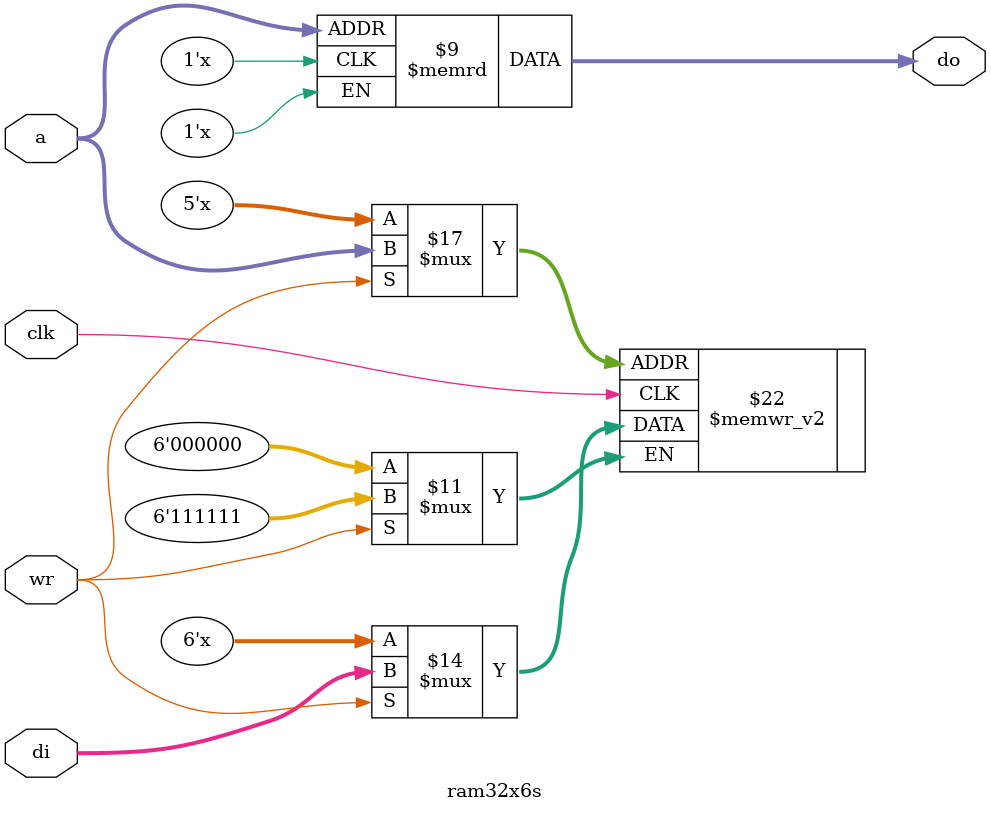
<source format=v>
/* ===============================================================
	(C) 2001 Bird Computer
	All rights reserved.

		Please read the licensing agreement contained in the
	document file (vic.doc). Use of this file is subject to the
	license agreement. However, the license says you can do
	basically whatever you want with the source provided it is
	not included in a commercial product.

	VIC
		VGA Video Interface Circuit with the following features:
		- 32x24 text mode display
		- programmable display area
		- programmable border area
		- raster and vertical blank interrupts

	VIC assumes a base clock frequency of 25.175Mhz for timing
	generation. Base timings are NOT programmatically
	controllable.

	Reg
	0	video base address lo
		aaaaaaaa
	1	video bas address hi
		aaaaaaaa
	2	resolution control
		vvvv xhhh
		hres		vres		
		000 = 640	000 = 480
		001 = 320	001 = 240
		010 = 213	010 = 160
		011 = 160	011 = 120
		100 = 128	100	= 96
		101 = 106	101 = 80	
		110 = 91	110 = 68	
		111 = 80	111 = 60
				   1111 = 30

	3	color depth
		xxxx xxcc
			cc  (bits per pixel)
			00 = 1
			01 = 2
			10 = 4
			11 = 8
			
	4	raster compare lo
		rrrrrrrr
	5 	raster compare hi
		xxxxxx rr
	6	irq enable
		xxxxxx r v
	7	irq status / reset
		g xxxxx r v
	8	border color
		xx cccccc

	16	horizontal display on lo
		oooooooo
	17  horizontal display on hi
		xxxxxx oo
	18	horizontal display off lo
		ffffffff
	19	horizontal display off hi
		xxxxxx ff

	9	horizontal border off/on
		xxxxxx ffffffffff xxxxxx oooooooooo
*	10	horizontal total
		xxxxxxxx xxxxxxxx xxxxx nnnnnnnnnnn
	12	vertical display off/on
		xxxxxx ffffffffff xxxxxx oooooooooo
	13	vertical border off/on
		xxxxxx ffffffffff xxxxxx oooooooooo
*	14	vertical total
		xxxxxxxx xxxxxxxx xxxxxx nnnnnnnnnn
		
	28  horizontal total low
		nnnnnnnn
	28  vertical border on
		nnnnnnnn
	30  vertical total low
		nnnnnnnn

	256-288		palette registers			xxxxxxxxxx cccccc
--------------------------------------------------------------- */
module vic_text(reset, clk, ce25, cs, rw, rs, d, cdin, scrin,
	ce50, va, cra,
	irq, hSync, vSync, vdo);
	parameter ABW = 15;
	parameter DBW = 31;
	// these parameters for a 12.5875MHz clock
	parameter phTotal = 10'd799;//10'd399; //10'd799;
	parameter phSyncOn = 10'd658;//10'd329;//10'd658;
	parameter phSyncOff = 10'd754;//10'd377;//10'd754;
	parameter phBlankOn = 10'd639;//10'd319;//10'd639;
	parameter phBlankOff = 10'd799;//10'd399;//10'd799;
	parameter pvTotal = 10'd524;
	parameter pvSyncOn = 10'd493;
	parameter pvSyncOff = 10'd494;
	parameter pvBlankOn = 10'd479;
	parameter pvBlankOff = 10'd524;

	input reset;
	input clk;			// 100.7MHz
	input ce25;			// 25.175MHz (50%)
	input cs;			// chip select (active high)
	input rw;			// read / write
	input [8:0] rs;		// register select
	inout [7:0] d;
	tri [7:0] d;
	input [7:0] cdin;	// char (bitmap) data in
	input [7:0] scrin;	// screen data in
	input ce50;			// 50.35MHz
	output [ABW:0] va;	// video address
	reg [ABW:0] va;
	output [8:0] cra;	// charram address
	reg [8:0] cra;
	output irq;			// interrupt request (active high)
	output hSync, vSync;	// active low
	reg hSync, vSync;
	output [5:0] vdo;	// video data output
	reg [5:0] vdo;

	// Internal registers and signals
	reg [9:0]	hctr, vctr;
	reg hDisplay, vDisplay;
	// synchronizing register
	reg [7:0] din;
	reg [7:0] gdin, gdin1;	// for graphics
	reg [1:0] color;
	// display enable compare registers
	reg [9:0] hDisplayOnC;
	reg [9:0] hDisplayOffC;
	reg [9:0] vDisplayOnC;
	reg [9:0] vDisplayOffC;
	reg [9:0] hBorderOnC;
	reg [9:0] hBorderOffC;
	reg [9:0] vBorderOnC;
	reg [9:0] vBorderOffC;
	reg [5:0] BorderColor;

	wire hReset		= hctr == phTotal;	// 800
	wire hSyncOn	= hctr == phSyncOn;
	wire hSyncOff	= hctr == phSyncOff;
	wire hBlankOn	= hctr == phBlankOn;
	wire hBlankOff	= hctr == phBlankOff;
	wire hBorderOn	= hctr == hBorderOnC;
	wire hBorderOff	= hctr == hBorderOffC;
	wire hDisplayOn	= hctr == hDisplayOnC;
	wire hDisplayOff= hctr == hDisplayOffC;
	wire vReset		= vctr == pvTotal;	// 525
	wire vDisplayOn	= vctr == vDisplayOnC;
	wire vDisplayOff= vctr == vDisplayOffC;
	wire vSyncOn	= vctr == pvSyncOn;
	wire vSyncOff	= vctr == pvSyncOff;
	wire vBlankOn	= vctr == pvBlankOn;
	wire vBlankOff	= vctr == pvBlankOff;
	wire vBorderOn	= vctr == vBorderOnC;
	wire vBorderOff	= vctr == vBorderOffC;

	reg vBlank, hBlank;
	reg hBorder, vBorder;
	reg [7:0] vsr;			// video shift register
	reg [2:0] pt;			// pixel toggle (for clk divide)
	reg [3:0] vrt;			// vertical row toggle
	reg [2:0] bc;			// bit counter
	reg [ABW:0] vba;		// video base address
	reg [1:0] cd;			// color depth
	reg [2:0] hres;			// pixel clock frequency select
	reg [3:0] vres;			// vertical resolution
	reg [ABW:0] vab;			// video address rescan buffer
	reg vbie;				// vertical blank interrupt enable
	reg rie;				// raster interrupt enable
	reg vbi_ff;				// vertical blank interrupt flip flop
	reg ri_ff;				// raster interrupt flip flop
	reg [9:0] rc;			// raster compare register
	assign irq = ((vbie & vbi_ff) | (rie & ri_ff));
	reg [7:0] d0, d1, d2, d3, d4, d5, d6;

	// read registers
	// mux'd to reduces tbuf usage
	always @(rs or vba or vres or hres or cd) begin
		case (rs[1:0])
		0:	d0 <= vba[7:0];
		1:	d0 <= vba[15:8];
		2:	d0 <= {vres,1'b0,hres};
		3:	d0 <= {6'b0,cd};
		endcase
	end
	always @(rs or rie or vbie or vbi_ff or ri_ff or rc or
		BorderColor) begin
		case (rs[1:0])
		0: 	d1 <= {rc[7:0]};
		1:	d1 <= {6'b0,rc[9:8]};
		2:	d1 <= {6'b0,rie,vbie};
		3:	d1 <= {(vbi_ff|ri_ff),5'b0,ri_ff,vbi_ff};
		endcase
	end
	always @(BorderColor) begin
		d2 <= {2'b0,BorderColor};
	end
	always @(rs or hDisplayOffC or hDisplayOnC) begin
		case (rs[0])
		0:	d3 <= hDisplayOnC[7:0];
		1:	d3 <= {6'b0,hDisplayOnC[9:8]};
		2:	d3 <= hDisplayOffC[7:0];
		1:	d3 <= {6'b0,hDisplayOffC[9:8]};
		endcase
	end
	always @(rs or hBorderOffC or hBorderOnC) begin
		case (rs[0])
		0:	d4 <= hBorderOnC[7:0];
		1:	d4 <= {6'b0,hBorderOnC[9:8]};
		2:	d4 <= hBorderOffC[7:0];
		1:	d4 <= {6'b0,hBorderOffC[9:8]};
		endcase
	end
	always @(rs or vDisplayOffC or vDisplayOnC) begin
		case (rs[0])
		0:	d5 <= vDisplayOnC[7:0];
		1:	d5 <= {6'b0,vDisplayOnC[9:8]};
		2:	d5 <= vDisplayOffC[7:0];
		1:	d5 <= {6'b0,vDisplayOffC[9:8]};
		endcase
	end
	always @(rs or vBorderOffC or vBorderOnC) begin
		case (rs[0])
		0:	d6 <= vBorderOnC[7:0];
		1:	d6 <= {6'b0,vBorderOnC[9:8]};
		2:	d6 <= vBorderOffC[7:0];
		1:	d6 <= {6'b0,vBorderOffC[9:8]};
		endcase
	end

	assign d = (cs & rw && (rs[6:0]==7'd0)) ? d0 : 8'bz;
	assign d = (cs & rw && (rs[6:0]==7'd1)) ? d1 : 8'bz;
	assign d = (cs & rw && (rs[6:0]==7'd2)) ? d2 : 8'bz;
	assign d = (cs & rw && (rs[6:0]==7'd3)) ? d3 : 8'bz;
	assign d = (cs & rw && (rs[6:0]==7'd4)) ? d4 : 8'bz;
	assign d = (cs & rw && (rs[6:0]==7'd5)) ? d5 : 8'bz;
	assign d = (cs & rw && (rs[6:0]==7'd6)) ? d6 : 8'bz;

	always @(posedge clk) begin
		if (reset) begin
			vctr <= 0;
			hctr <= 0;
			vSync <= 1;
			hSync <= 1;
			vBlank <= 1;
			hBlank <= 1;
			cra <= 9'h000;
			vba <= 16'hC000;
			vab <= 16'hC000;
			vbie <= 0;
			rie <= 0;
			vbi_ff <= 0;
			ri_ff <= 0;
			cd <= 3;
			rc <= 10'h3ff;
			pt <= 0;
			vrt <= 4'b0;
			bc <= 3'b0;
			hres <= 3'b001;
			vres <= 4'b1111;
			vsr <= 8'h0;
			din <= 8'h0;
			gdin <= 8'h00;
			gdin1 <= 8'h00;
			hDisplayOnC <= 10'd47;//10'd7;//10'd47;	// 759+64
			hDisplayOffC <= 10'd559;//10'd263;//10'd559;// 599-64
			hBorderOnC <= 10'd575;//10'd287;//10'd575;	// 639-64
			hBorderOffC <= 10'd63;//10'd32;//10'd63;	// 799+64
			vDisplayOnC <= 10'd48;//pvTotal;
			vDisplayOffC <= 10'd432;//10'd479;
			vBorderOnC <= 10'd431;//479-48
			vBorderOffC <= 10'd47;//524+48;
			BorderColor <= 6'h30;
			hDisplay <= 1'b0;
			vDisplay <= 1'b0;
		end
		else begin

			if (ce50) begin

				// write registers
				if (cs & ~rw) begin
					case (rs)
					0: 	vba[7:0] <= d;
					1:	vba[15:8] <= d;
					2: 	begin
						hres <= d[2:0];
						vres <= d[7:4];
						end
					3: 	begin
						hres <= d[2:0];
						vres <= d[7:4];
						end
					4:	rc[7:0] <= d[7:0];
					5:	rc[9:8] <= d[1:0];
					6:	begin
						vbie <= d[0];
						rie <= d[1];
						end
					7:	begin
						vbi_ff <= d[0];
						ri_ff <= d[1];
						end
					8:	BorderColor <= d[5:0];
					16:	hDisplayOnC[7:0] <= d[7:0];
					17:	hDisplayOnC[9:8] <= d[1:0];
					18:	hDisplayOffC[7:0] <= d[7:0];
					19:	hDisplayOffC[9:8] <= d[1:0];
					20:	hBorderOnC[7:0] <= d[7:0];
					21:	hBorderOnC[9:8] <= d[1:0];
					22:	hBorderOffC[7:0] <= d[7:0];
					23:	hBorderOffC[9:8] <= d[1:0];
					24:	vDisplayOnC[7:0] <= d[7:0];
					25:	vDisplayOnC[9:8] <= d[1:0];
					26:	vDisplayOffC[7:0] <= d[7:0];
					27:	vDisplayOffC[9:8] <= d[1:0];
					28:	vBorderOnC[7:0] <= d[7:0];
					29:	vBorderOnC[9:8] <= d[1:0];
					30:	vBorderOffC[7:0] <= d[7:0];
					31:	vBorderOffC[9:8] <= d[1:0];
					default:
						;
					endcase
				end
			end

			if (ce25) begin

				// Clock timing counters. This controls basic
				// horizontal and vertical timing including
				// sync, blanking and borders
				if (hReset) begin
					hctr <= 0;
					if (vReset)
						vctr <= 0;
					else
						vctr <= vctr + 1;
	
					if (vctr==rc)
						ri_ff <= rie;
	
					if (vSyncOn) vSync <= 0;
					if (vSyncOff) vSync <= 1;
					if (vBlankOn) vBlank <= 1;
					if (vBlankOff) vBlank <= 0;
					if (vBorderOn) vBorder <= 1;
					if (vBorderOff) vBorder <= 0;
				end
				else
					hctr <= hctr + 1;
	
				if (hSyncOn) hSync <= 0;
				if (hSyncOff) hSync <= 1;
				if (hBlankOff) hBlank <= 0;
				if (hBlankOn) hBlank <= 1;
				if (hBorderOn) hBorder <= 1;
				if (hBorderOff) hBorder <= 0;
	
				// The video address at the start of the previous
				// scan line is reloaded into the address counter
				// for vertical resolution division.
				if (hDisplayOn) begin
					pt <= hres;
					bc <= 0;
					hDisplay <= 1;
					if (vDisplayOn) begin
						vrt <= 0;
						vDisplay <= 1;
						va <= vba;
						vab <= vba;
					end
					if (vDisplayOff) begin
						vDisplay <= 0;
						vbi_ff <= vbie;
					end
					if (vDisplay) begin
						if (vrt == vres) begin
							vrt <= 0;
							vab <= va;
						end
						else begin
							vrt <= vrt + 1;
							va <= vab;
						end
					end
				end
				if (hDisplayOff) begin
					hDisplay <= 0;
				end
	
				if (hDisplay & vDisplay) begin
					if (pt==hres) begin
						pt <= 0;
						// increment bit counter
						bc <= bc + 1;
	
						// load
						if (bc==7) begin
							va <= va + 1;
							// initiate memory request for next
							// pixel latch in current pixel
							vsr <= din;	// load vsr from prev.
							color <= gdin[7:6];
						end
						// shift
						else
							vsr <= {1'b0,vsr[7:1]};
						// capture character number from screen and
						// use to generate bitmap address
						if (bc==0) begin
							cra <= {scrin[5:0],vctr[3:1]};
							gdin1 <= scrin;
						end
						// get char bit pattern
						if (bc==1) begin
							din <= cdin;
							gdin <= gdin1;
//							case(gdin[7:6])
//							2'd0:	din <= cdin;
//							2'd1:	din <= vctr[3] ?
//								{{4{gdin[3]}},{4{gdin[2]}}} :
//								{{4{gdin[1]}},{4{gdin[0]}}};
//							2'd2,2'd3:	din <= ~cdin;
//							endcase
						end
					end
					else
						pt <= pt + 1;
				end
				// shift out any remaining pixel data
				// at the pixel rate
				else begin
					if (pt==hres) begin
						bc <= bc + 1;
						// load
						if (bc==7) begin
//							va <= va + 1;
							// initiate memory request for next
							// pixel latch in current pixel
							vsr <= din;	// load vsr from prev.
							color <= gdin[7:6];
						end
						else
							vsr <= {1'b0,vsr[7:1]};
						if (bc==1) begin
							din <= cdin;
							gdin <= gdin1;
						end
						// capture character number from screen and
						// use to generate bitmap address
						if (bc==0) begin
							cra <= {scrin[5:0],vctr[3:1]};
							gdin1 <= scrin;
						end
						// get char bit pattern
						if (bc==1) begin
							din <= cdin;
							gdin <= gdin1;
//							case(gdin[7:6])
//							2'd0:	din <= cdin;
//							2'd1:	din <= vctr[3] ?
//								{{4{gdin[3]}},{4{gdin[2]}}} :
//								{{4{gdin[1]}},{4{gdin[0]}}};
//							2'd2,2'd3:	din <= ~cdin;
//							endcase
						end
						pt <= 0;
					end
					else
						pt <= pt + 1;
				end
				vdo <= (hBlank | vBlank) ? 6'b0 :
					(hBorder | vBorder) ? BorderColor :
					vsr[0] ? {2'b11,color[1],color[1],color[0],color[0]} : 6'h00;
			end
		end
	end

endmodule


module ram32x6s(clk, wr, a, di, do);
	input clk;
	input wr;
	input [4:0] a;
	input [5:0] di;
	output [5:0] do;

	reg [5:0] ram [31:0];

	always @(posedge clk) begin
		if (wr)
			ram[a] <= di;
	end

	assign do = ram[a];

endmodule

</source>
